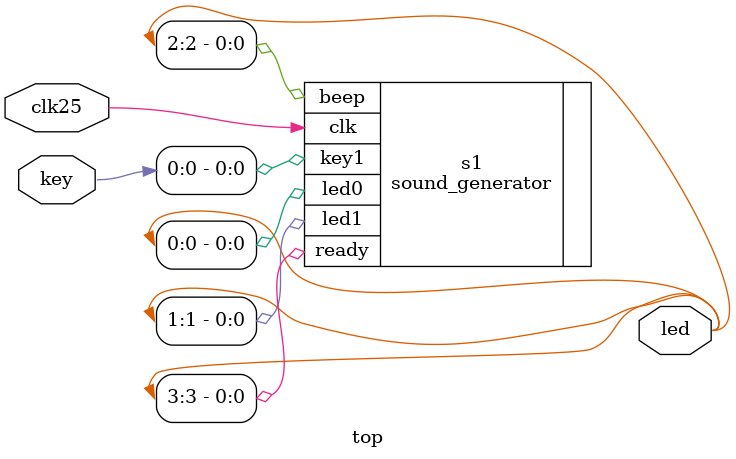
<source format=sv>
module top (
    input  logic clk25,          
    input  logic [1:0] key,     
    output logic [3:0] led 
);

	 sound_generator s1(
		.clk(clk25),
//			.reset(~key[1]),
		.key1(key[0]),
		.beep(led[2]),
		.ready(led[3]),          
		.led0(led[0]),
		.led1(led[1])
	);

endmodule

</source>
